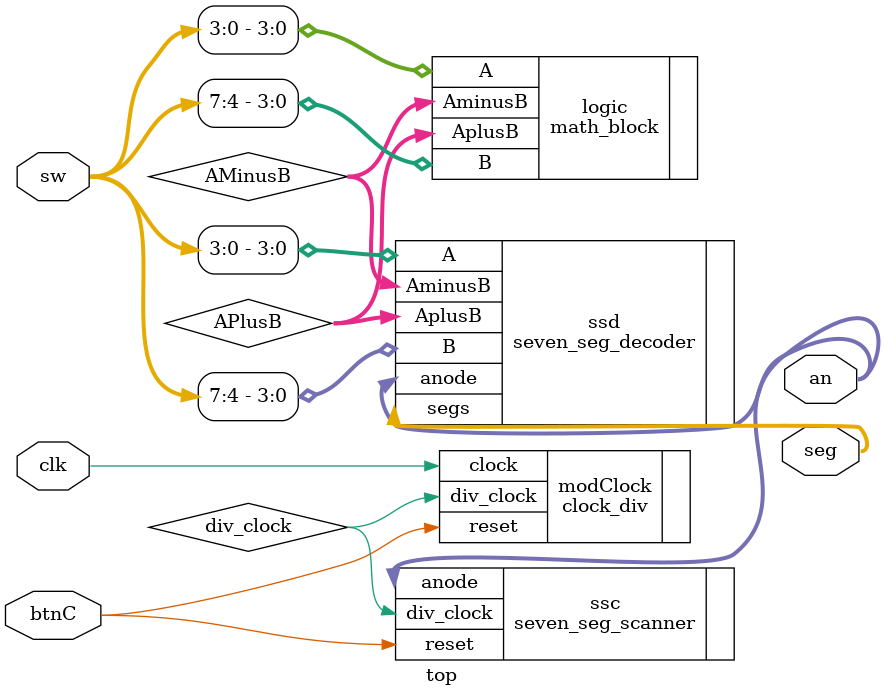
<source format=v>
module top
#(
    parameter DIVIDE_BY = 17 // Use this when passing in to your clock div!
    // The test bench will set it appropriately for testing
)
(
    input [7:0] sw, // A and B
    input clk, // 100 MHz board clock
    input btnC, // Reset
    output [3:0] an, // 7seg anodes
    output [6:0] seg // 7seg segments
);

    wire div_clock;
    wire [3:0] APlusB;
    wire [3:0] AMinusB;
    

    // Instantiate the clock divider...
    clock_div modClock (
        .clock(clk),
        .reset(btnC),
        .div_clock(div_clock)
       );
       
    seven_seg_scanner ssc(
        .div_clock(div_clock),
        .reset(btnC),
        .anode(an)
        );
        
     math_block logic (
        .A(sw[3:0]),
        .B(sw[7:4]),
        .AplusB(APlusB),
        .AminusB(AMinusB)
        );
        
        
    seven_seg_decoder ssd (
        .A(sw[3:0]),
        .B(sw[7:4]),
        .AplusB(APlusB),
        .AminusB(AMinusB),
        .anode(an),
        .segs(seg)
        );
        
        
        
    
          
    
    // ... wire it up to the scanner
    // ... wire the scanner to the decoder
    
    

    // Wire up the math block into the decoder

    // Do not forget to wire up resets!!

endmodule

</source>
